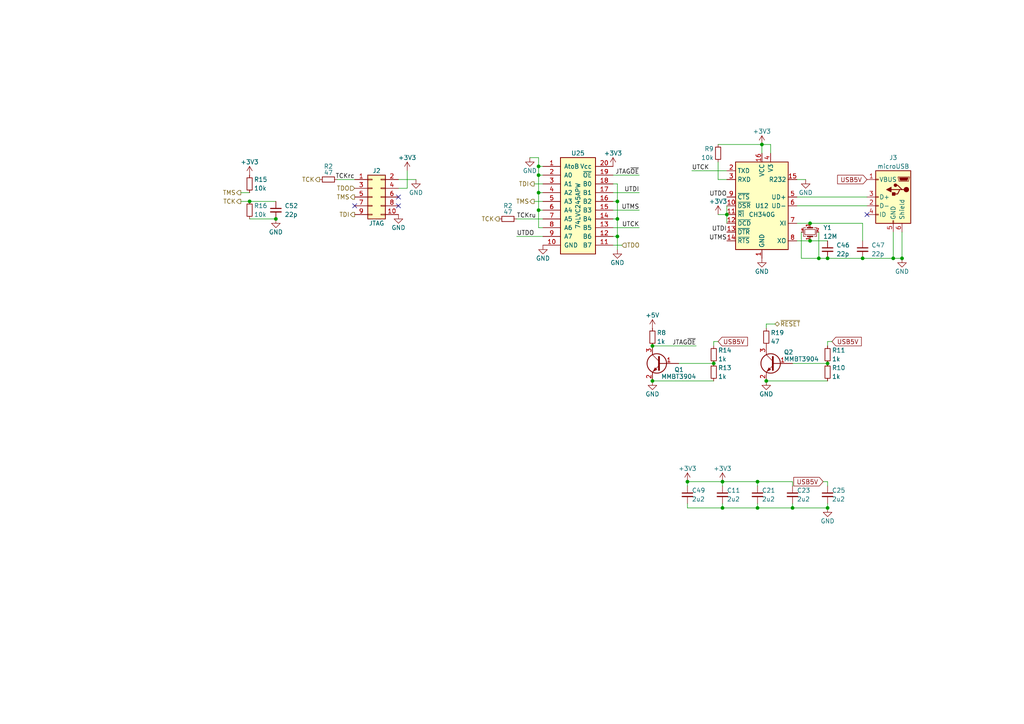
<source format=kicad_sch>
(kicad_sch (version 20230121) (generator eeschema)
  (paper "A4")
  (lib_symbols
    (symbol "Connector:USB_B_Micro" (pin_names (offset 1.016))
      (property "Reference" "J" (at -5.08 11.43 0))
      (property "Value" "USB_B_Micro" (at -5.08 8.89 0))
      (symbol "USB_B_Micro_0_1"
        (rectangle (start -5.08 -7.62) (end 5.08 7.62) (stroke (width 0.254)) (fill (type background)))
        (circle (center -3.81 2.159) (radius 0.635) (stroke (width 0.254)) (fill (type outline)))
        (circle (center -0.635 3.429) (radius 0.381) (stroke (width 0.254)) (fill (type outline)))
        (rectangle (start -0.127 -7.62) (end 0.127 -6.858))
        (polyline (pts (xy -1.905 2.159) (xy 0.635 2.159)) (stroke (width 0.254)))
        (polyline (pts (xy -3.175 2.159) (xy -2.54 2.159) (xy -1.27 3.429) (xy -0.635 3.429)) (stroke (width 0.254)))
        (polyline (pts (xy -2.54 2.159) (xy -1.905 2.159) (xy -1.27 0.889) (xy 0 0.889)) (stroke (width 0.254)))
        (polyline (pts (xy 0.635 2.794) (xy 0.635 1.524) (xy 1.905 2.159) (xy 0.635 2.794)) (stroke (width 0.254)) (fill (type outline)))
        (polyline (pts (xy -4.318 5.588) (xy -1.778 5.588) (xy -2.032 4.826) (xy -4.064 4.826) (xy -4.318 5.588)) (fill (type outline)))
        (polyline (pts (xy -4.699 5.842) (xy -4.699 5.588) (xy -4.445 4.826) (xy -4.445 4.572) (xy -1.651 4.572) (xy -1.651 4.826) (xy -1.397 5.588) (xy -1.397 5.842) (xy -4.699 5.842)))
        (rectangle (start 0.254 1.27) (end -0.508 0.508) (stroke (width 0.254)) (fill (type outline)))
        (rectangle (start 5.08 -5.207) (end 4.318 -4.953))
        (rectangle (start 5.08 -2.667) (end 4.318 -2.413))
        (rectangle (start 5.08 -0.127) (end 4.318 0.127))
        (rectangle (start 5.08 4.953) (end 4.318 5.207))
      )
      (symbol "USB_B_Micro_1_1"
        (pin power_out line (at 7.62 5.08 180) (length 2.54) (name "VBUS") (number "1"))
        (pin bidirectional line (at 7.62 -2.54 180) (length 2.54) (name "D-") (number "2"))
        (pin bidirectional line (at 7.62 0 180) (length 2.54) (name "D+") (number "3"))
        (pin passive line (at 7.62 -5.08 180) (length 2.54) (name "ID") (number "4"))
        (pin power_out line (at 0 -10.16 90) (length 2.54) (name "GND") (number "5"))
        (pin passive line (at -2.54 -10.16 90) (length 2.54) (name "Shield") (number "6"))
      )
    )
    (symbol "Connector_Generic:Conn_02x05_Odd_Even" (pin_names (offset 1.016) hide)
      (property "Reference" "J" (at 1.27 7.62 0))
      (property "Value" "Conn_02x05_Odd_Even" (at 1.27 -7.62 0))
      (symbol "Conn_02x05_Odd_Even_1_1"
        (rectangle (start -1.27 -4.953) (end 0 -5.207) (stroke (width 0.1524)))
        (rectangle (start -1.27 -2.413) (end 0 -2.667) (stroke (width 0.1524)))
        (rectangle (start -1.27 0.127) (end 0 -0.127) (stroke (width 0.1524)))
        (rectangle (start -1.27 2.667) (end 0 2.413) (stroke (width 0.1524)))
        (rectangle (start -1.27 5.207) (end 0 4.953) (stroke (width 0.1524)))
        (rectangle (start -1.27 6.35) (end 3.81 -6.35) (stroke (width 0.254)) (fill (type background)))
        (rectangle (start 3.81 -4.953) (end 2.54 -5.207) (stroke (width 0.1524)))
        (rectangle (start 3.81 -2.413) (end 2.54 -2.667) (stroke (width 0.1524)))
        (rectangle (start 3.81 0.127) (end 2.54 -0.127) (stroke (width 0.1524)))
        (rectangle (start 3.81 2.667) (end 2.54 2.413) (stroke (width 0.1524)))
        (rectangle (start 3.81 5.207) (end 2.54 4.953) (stroke (width 0.1524)))
        (pin passive line (at -5.08 5.08 0) (length 3.81) (name "Pin_1") (number "1"))
        (pin passive line (at 7.62 -5.08 180) (length 3.81) (name "Pin_10") (number "10"))
        (pin passive line (at 7.62 5.08 180) (length 3.81) (name "Pin_2") (number "2"))
        (pin passive line (at -5.08 2.54 0) (length 3.81) (name "Pin_3") (number "3"))
        (pin passive line (at 7.62 2.54 180) (length 3.81) (name "Pin_4") (number "4"))
        (pin passive line (at -5.08 0 0) (length 3.81) (name "Pin_5") (number "5"))
        (pin passive line (at 7.62 0 180) (length 3.81) (name "Pin_6") (number "6"))
        (pin passive line (at -5.08 -2.54 0) (length 3.81) (name "Pin_7") (number "7"))
        (pin passive line (at 7.62 -2.54 180) (length 3.81) (name "Pin_8") (number "8"))
        (pin passive line (at -5.08 -5.08 0) (length 3.81) (name "Pin_9") (number "9"))
      )
    )
    (symbol "Device:C_Small" (pin_numbers hide) (pin_names (offset 0.254) hide)
      (property "Reference" "C" (at 0.254 1.778 0))
      (property "Value" "C_Small" (at 0.254 -2.032 0))
      (symbol "C_Small_0_1"
        (polyline (pts (xy -1.524 -0.508) (xy 1.524 -0.508)) (stroke (width 0.3302)))
        (polyline (pts (xy -1.524 0.508) (xy 1.524 0.508)) (stroke (width 0.3048)))
      )
      (symbol "C_Small_1_1"
        (pin passive line (at 0 2.54 270) (length 2.032) (name "~") (number "1"))
        (pin passive line (at 0 -2.54 90) (length 2.032) (name "~") (number "2"))
      )
    )
    (symbol "Device:Crystal_GND24_Small" (pin_names (offset 1.016) hide)
      (property "Reference" "Y" (at 1.27 4.445 0))
      (property "Value" "Crystal_GND24_Small" (at 1.27 2.54 0))
      (symbol "Crystal_GND24_Small_0_1"
        (rectangle (start -0.762 -1.524) (end 0.762 1.524))
        (polyline (pts (xy -1.27 -0.762) (xy -1.27 0.762)) (stroke (width 0.381)))
        (polyline (pts (xy 1.27 -0.762) (xy 1.27 0.762)) (stroke (width 0.381)))
        (polyline (pts (xy -1.27 -1.27) (xy -1.27 -1.905) (xy 1.27 -1.905) (xy 1.27 -1.27)))
        (polyline (pts (xy -1.27 1.27) (xy -1.27 1.905) (xy 1.27 1.905) (xy 1.27 1.27)))
      )
      (symbol "Crystal_GND24_Small_1_1"
        (pin passive line (at -2.54 0 0) (length 1.27) (name "1") (number "1"))
        (pin passive line (at 0 -2.54 90) (length 0.635) (name "2") (number "2"))
        (pin passive line (at 2.54 0 180) (length 1.27) (name "3") (number "3"))
        (pin passive line (at 0 2.54 270) (length 0.635) (name "4") (number "4"))
      )
    )
    (symbol "Device:R_Small" (pin_numbers hide) (pin_names (offset 0.254) hide)
      (property "Reference" "R" (at 0.762 0.508 0))
      (property "Value" "R_Small" (at 0.762 -1.016 0))
      (symbol "R_Small_0_1"
        (rectangle (start -0.762 1.778) (end 0.762 -1.778) (stroke (width 0.2032)))
      )
      (symbol "R_Small_1_1"
        (pin passive line (at 0 2.54 270) (length 0.762) (name "~") (number "1"))
        (pin passive line (at 0 -2.54 90) (length 0.762) (name "~") (number "2"))
      )
    )
    (symbol "GW_Logic:74245" (pin_names (offset 1.016))
      (property "Reference" "U" (at 0 15.24 0))
      (property "Value" "74245" (at 0 0 90))
      (symbol "74245_0_1"
        (rectangle (start -5.08 13.97) (end 5.08 -13.97) (stroke (width 0.254)) (fill (type background)))
      )
      (symbol "74245_1_1"
        (pin input line (at -10.16 11.43 0) (length 5.08) (name "AtoB") (number "1"))
        (pin power_in line (at -10.16 -11.43 0) (length 5.08) (name "GND") (number "10"))
        (pin bidirectional line (at 10.16 -11.43 180) (length 5.08) (name "B7") (number "11"))
        (pin bidirectional line (at 10.16 -8.89 180) (length 5.08) (name "B6") (number "12"))
        (pin bidirectional line (at 10.16 -6.35 180) (length 5.08) (name "B5") (number "13"))
        (pin bidirectional line (at 10.16 -3.81 180) (length 5.08) (name "B4") (number "14"))
        (pin bidirectional line (at 10.16 -1.27 180) (length 5.08) (name "B3") (number "15"))
        (pin bidirectional line (at 10.16 1.27 180) (length 5.08) (name "B2") (number "16"))
        (pin bidirectional line (at 10.16 3.81 180) (length 5.08) (name "B1") (number "17"))
        (pin bidirectional line (at 10.16 6.35 180) (length 5.08) (name "B0") (number "18"))
        (pin input line (at 10.16 8.89 180) (length 5.08) (name "~{OE}") (number "19"))
        (pin bidirectional line (at -10.16 8.89 0) (length 5.08) (name "A0") (number "2"))
        (pin power_in line (at 10.16 11.43 180) (length 5.08) (name "Vcc") (number "20"))
        (pin bidirectional line (at -10.16 6.35 0) (length 5.08) (name "A1") (number "3"))
        (pin bidirectional line (at -10.16 3.81 0) (length 5.08) (name "A2") (number "4"))
        (pin bidirectional line (at -10.16 1.27 0) (length 5.08) (name "A3") (number "5"))
        (pin bidirectional line (at -10.16 -1.27 0) (length 5.08) (name "A4") (number "6"))
        (pin bidirectional line (at -10.16 -3.81 0) (length 5.08) (name "A5") (number "7"))
        (pin bidirectional line (at -10.16 -6.35 0) (length 5.08) (name "A6") (number "8"))
        (pin bidirectional line (at -10.16 -8.89 0) (length 5.08) (name "A7") (number "9"))
      )
    )
    (symbol "Interface_USB:CH340G"
      (property "Reference" "U" (at -5.08 13.97 0))
      (property "Value" "CH340G" (at 1.27 13.97 0))
      (symbol "CH340G_0_1"
        (rectangle (start -7.62 12.7) (end 7.62 -12.7) (stroke (width 0.254)) (fill (type background)))
      )
      (symbol "CH340G_1_1"
        (pin power_in line (at 0 -15.24 90) (length 2.54) (name "GND") (number "1"))
        (pin input line (at 10.16 0 180) (length 2.54) (name "~{DSR}") (number "10"))
        (pin input line (at 10.16 -2.54 180) (length 2.54) (name "~{RI}") (number "11"))
        (pin input line (at 10.16 -5.08 180) (length 2.54) (name "~{DCD}") (number "12"))
        (pin output line (at 10.16 -7.62 180) (length 2.54) (name "~{DTR}") (number "13"))
        (pin output line (at 10.16 -10.16 180) (length 2.54) (name "~{RTS}") (number "14"))
        (pin input line (at -10.16 7.62 0) (length 2.54) (name "R232") (number "15"))
        (pin power_in line (at 0 15.24 270) (length 2.54) (name "VCC") (number "16"))
        (pin output line (at 10.16 10.16 180) (length 2.54) (name "TXD") (number "2"))
        (pin input line (at 10.16 7.62 180) (length 2.54) (name "RXD") (number "3"))
        (pin passive line (at -2.54 15.24 270) (length 2.54) (name "V3") (number "4"))
        (pin bidirectional line (at -10.16 2.54 0) (length 2.54) (name "UD+") (number "5"))
        (pin bidirectional line (at -10.16 0 0) (length 2.54) (name "UD-") (number "6"))
        (pin input line (at -10.16 -5.08 0) (length 2.54) (name "XI") (number "7"))
        (pin output line (at -10.16 -10.16 0) (length 2.54) (name "XO") (number "8"))
        (pin input line (at 10.16 2.54 180) (length 2.54) (name "~{CTS}") (number "9"))
      )
    )
    (symbol "Transistor_BJT:MMBT3904" (pin_names (offset 0) hide)
      (property "Reference" "Q" (at 5.08 1.905 0))
      (property "Value" "MMBT3904" (at 5.08 0 0))
      (symbol "MMBT3904_0_1"
        (polyline (pts (xy 0.635 0.635) (xy 2.54 2.54)))
        (polyline (pts (xy 0.635 -0.635) (xy 2.54 -2.54) (xy 2.54 -2.54)))
        (polyline (pts (xy 0.635 1.905) (xy 0.635 -1.905) (xy 0.635 -1.905)) (stroke (width 0.508)))
        (polyline (pts (xy 1.27 -1.778) (xy 1.778 -1.27) (xy 2.286 -2.286) (xy 1.27 -1.778) (xy 1.27 -1.778)) (fill (type outline)))
        (circle (center 1.27 0) (radius 2.8194) (stroke (width 0.254)))
      )
      (symbol "MMBT3904_1_1"
        (pin input line (at -5.08 0 0) (length 5.715) (name "B") (number "1"))
        (pin passive line (at 2.54 -5.08 90) (length 2.54) (name "E") (number "2"))
        (pin passive line (at 2.54 5.08 270) (length 2.54) (name "C") (number "3"))
      )
    )
    (symbol "power:+3V3" (power) (pin_names (offset 0))
      (property "Value" "+3V3" (at 0 3.556 0))
      (symbol "+3V3_0_1"
        (polyline (pts (xy -0.762 1.27) (xy 0 2.54)))
        (polyline (pts (xy 0 0) (xy 0 2.54)))
        (polyline (pts (xy 0 2.54) (xy 0.762 1.27)))
      )
      (symbol "+3V3_1_1"
        (pin power_in line (at 0 0 90) (length 0) hide (name "+3V3") (number "1"))
      )
    )
    (symbol "power:+5V" (power) (pin_names (offset 0))
      (property "Value" "+5V" (at 0 3.556 0))
      (symbol "+5V_0_1"
        (polyline (pts (xy -0.762 1.27) (xy 0 2.54)))
        (polyline (pts (xy 0 0) (xy 0 2.54)))
        (polyline (pts (xy 0 2.54) (xy 0.762 1.27)))
      )
      (symbol "+5V_1_1"
        (pin power_in line (at 0 0 90) (length 0) hide (name "+5V") (number "1"))
      )
    )
    (symbol "power:GND" (power) (pin_names (offset 0))
      (property "Value" "GND" (at 0 -3.81 0))
      (symbol "GND_0_1"
        (polyline (pts (xy 0 0) (xy 0 -1.27) (xy 1.27 -1.27) (xy 0 -2.54) (xy -1.27 -1.27) (xy 0 -1.27)))
      )
      (symbol "GND_1_1"
        (pin power_in line (at 0 0 270) (length 0) hide (name "GND") (number "1"))
      )
    )
  )
  (junction (at 156.21 50.8))
  (junction (at 261.62 74.93))
  (junction (at 210.82 62.23))
  (junction (at 229.87 147.32))
  (junction (at 156.21 55.88))
  (junction (at 156.21 60.96))
  (junction (at 156.21 48.26))
  (junction (at 179.07 63.5))
  (junction (at 209.55 139.7))
  (junction (at 220.98 41.91))
  (junction (at 250.19 74.93))
  (junction (at 237.49 74.93))
  (junction (at 222.25 110.49))
  (junction (at 234.95 69.85))
  (junction (at 240.03 74.93))
  (junction (at 72.39 58.42))
  (junction (at 189.23 110.49))
  (junction (at 179.07 58.42))
  (junction (at 240.03 105.41))
  (junction (at 240.03 147.32))
  (junction (at 80.01 63.5))
  (junction (at 209.55 147.32))
  (junction (at 207.01 105.41))
  (junction (at 219.71 147.32))
  (junction (at 259.08 74.93))
  (junction (at 234.95 64.77))
  (junction (at 179.07 68.58))
  (junction (at 219.71 139.7))
  (junction (at 189.23 100.33))
  (junction (at 199.39 139.7))
  (no_connect (at 115.57 59.69))
  (no_connect (at 251.46 62.23))
  (no_connect (at 102.87 59.69))
  (no_connect (at 115.57 57.15))
  (wire (pts (xy 231.14 64.77) (xy 234.95 64.77)))
  (wire (pts (xy 240.03 69.85) (xy 234.95 69.85)))
  (wire (pts (xy 149.86 68.58) (xy 157.48 68.58)))
  (wire (pts (xy 250.19 64.77) (xy 250.19 69.85)))
  (wire (pts (xy 156.21 55.88) (xy 157.48 55.88)))
  (wire (pts (xy 115.57 52.07) (xy 120.65 52.07)))
  (wire (pts (xy 177.8 50.8) (xy 185.42 50.8)))
  (wire (pts (xy 223.52 41.91) (xy 223.52 44.45)))
  (wire (pts (xy 208.28 41.91) (xy 220.98 41.91)))
  (wire (pts (xy 156.21 48.26) (xy 157.48 48.26)))
  (wire (pts (xy 207.01 105.41) (xy 196.85 105.41)))
  (wire (pts (xy 231.14 69.85) (xy 234.95 69.85)))
  (wire (pts (xy 179.07 58.42) (xy 177.8 58.42)))
  (wire (pts (xy 180.34 71.12) (xy 177.8 71.12)))
  (wire (pts (xy 156.21 50.8) (xy 156.21 48.26)))
  (wire (pts (xy 185.42 60.96) (xy 177.8 60.96)))
  (wire (pts (xy 240.03 74.93) (xy 250.19 74.93)))
  (wire (pts (xy 209.55 139.7) (xy 219.71 139.7)))
  (wire (pts (xy 156.21 60.96) (xy 157.48 60.96)))
  (wire (pts (xy 115.57 54.61) (xy 118.11 54.61)))
  (wire (pts (xy 157.48 66.04) (xy 156.21 66.04)))
  (wire (pts (xy 72.39 55.88) (xy 69.85 55.88)))
  (wire (pts (xy 240.03 139.7) (xy 240.03 140.97)))
  (wire (pts (xy 156.21 50.8) (xy 157.48 50.8)))
  (wire (pts (xy 179.07 53.34) (xy 179.07 58.42)))
  (wire (pts (xy 72.39 58.42) (xy 80.01 58.42)))
  (wire (pts (xy 259.08 74.93) (xy 261.62 74.93)))
  (wire (pts (xy 118.11 54.61) (xy 118.11 49.53)))
  (wire (pts (xy 237.49 74.93) (xy 232.41 74.93)))
  (wire (pts (xy 156.21 55.88) (xy 156.21 50.8)))
  (wire (pts (xy 229.87 139.7) (xy 229.87 140.97)))
  (wire (pts (xy 237.49 67.31) (xy 237.49 74.93)))
  (wire (pts (xy 179.07 63.5) (xy 177.8 63.5)))
  (wire (pts (xy 149.86 63.5) (xy 157.48 63.5)))
  (wire (pts (xy 222.25 93.98) (xy 222.25 95.25)))
  (wire (pts (xy 156.21 60.96) (xy 156.21 55.88)))
  (wire (pts (xy 189.23 100.33) (xy 201.93 100.33)))
  (wire (pts (xy 179.07 68.58) (xy 177.8 68.58)))
  (wire (pts (xy 72.39 63.5) (xy 80.01 63.5)))
  (wire (pts (xy 199.39 139.7) (xy 199.39 140.97)))
  (wire (pts (xy 219.71 147.32) (xy 219.71 146.05)))
  (wire (pts (xy 179.07 68.58) (xy 179.07 72.39)))
  (wire (pts (xy 156.21 48.26) (xy 156.21 45.72)))
  (wire (pts (xy 240.03 147.32) (xy 240.03 146.05)))
  (wire (pts (xy 261.62 67.31) (xy 261.62 74.93)))
  (wire (pts (xy 179.07 58.42) (xy 179.07 63.5)))
  (wire (pts (xy 210.82 62.23) (xy 210.82 59.69)))
  (wire (pts (xy 209.55 139.7) (xy 209.55 140.97)))
  (wire (pts (xy 220.98 41.91) (xy 223.52 41.91)))
  (wire (pts (xy 241.3 99.06) (xy 240.03 99.06)))
  (wire (pts (xy 234.95 64.77) (xy 250.19 64.77)))
  (wire (pts (xy 69.85 58.42) (xy 72.39 58.42)))
  (wire (pts (xy 219.71 147.32) (xy 229.87 147.32)))
  (wire (pts (xy 177.8 53.34) (xy 179.07 53.34)))
  (wire (pts (xy 240.03 105.41) (xy 229.87 105.41)))
  (wire (pts (xy 208.28 99.06) (xy 207.01 99.06)))
  (wire (pts (xy 177.8 55.88) (xy 185.42 55.88)))
  (wire (pts (xy 229.87 147.32) (xy 229.87 146.05)))
  (wire (pts (xy 259.08 67.31) (xy 259.08 74.93)))
  (wire (pts (xy 154.94 53.34) (xy 157.48 53.34)))
  (wire (pts (xy 233.68 52.07) (xy 231.14 52.07)))
  (wire (pts (xy 250.19 74.93) (xy 259.08 74.93)))
  (wire (pts (xy 209.55 147.32) (xy 199.39 147.32)))
  (wire (pts (xy 199.39 139.7) (xy 209.55 139.7)))
  (wire (pts (xy 189.23 110.49) (xy 207.01 110.49)))
  (wire (pts (xy 219.71 139.7) (xy 229.87 139.7)))
  (wire (pts (xy 208.28 62.23) (xy 210.82 62.23)))
  (wire (pts (xy 177.8 66.04) (xy 185.42 66.04)))
  (wire (pts (xy 207.01 99.06) (xy 207.01 100.33)))
  (wire (pts (xy 219.71 147.32) (xy 209.55 147.32)))
  (wire (pts (xy 222.25 110.49) (xy 240.03 110.49)))
  (wire (pts (xy 237.49 74.93) (xy 240.03 74.93)))
  (wire (pts (xy 209.55 147.32) (xy 209.55 146.05)))
  (wire (pts (xy 240.03 99.06) (xy 240.03 100.33)))
  (wire (pts (xy 240.03 139.7) (xy 238.76 139.7)))
  (wire (pts (xy 199.39 147.32) (xy 199.39 146.05)))
  (wire (pts (xy 179.07 63.5) (xy 179.07 68.58)))
  (wire (pts (xy 210.82 62.23) (xy 210.82 64.77)))
  (wire (pts (xy 229.87 147.32) (xy 240.03 147.32)))
  (wire (pts (xy 154.94 58.42) (xy 157.48 58.42)))
  (wire (pts (xy 232.41 74.93) (xy 232.41 67.31)))
  (wire (pts (xy 251.46 57.15) (xy 231.14 57.15)))
  (wire (pts (xy 208.28 46.99) (xy 208.28 52.07)))
  (wire (pts (xy 156.21 45.72) (xy 153.67 45.72)))
  (wire (pts (xy 224.79 93.98) (xy 222.25 93.98)))
  (wire (pts (xy 156.21 66.04) (xy 156.21 60.96)))
  (wire (pts (xy 208.28 52.07) (xy 210.82 52.07)))
  (wire (pts (xy 231.14 59.69) (xy 251.46 59.69)))
  (wire (pts (xy 219.71 139.7) (xy 219.71 140.97)))
  (wire (pts (xy 220.98 41.91) (xy 220.98 44.45)))
  (wire (pts (xy 97.79 52.07) (xy 102.87 52.07)))
  (wire (pts (xy 210.82 49.53) (xy 200.66 49.53)))
  (label "UTDO" (at 149.86 68.58 0))
  (label "UTDI" (at 185.42 55.88 180))
  (label "UTMS" (at 185.42 60.96 180))
  (label "UTMS" (at 210.82 69.85 180))
  (label "TCKru" (at 149.86 63.5 0))
  (label "JTAG~{OE}" (at 201.93 100.33 180))
  (label "UTDO" (at 210.82 57.15 180))
  (label "UTDI" (at 210.82 67.31 180))
  (label "UTCK" (at 185.42 66.04 180))
  (label "UTCK" (at 200.66 49.53 0))
  (label "JTAG~{OE}" (at 185.42 50.8 180))
  (label "TCKrc" (at 102.87 52.07 180))
  (global_label "USB5V" (shape input) (at 251.46 52.07 180) (property "Intersheetrefs" "${INTERSHEET_REFS}" (effects hide)))
  (global_label "USB5V" (shape input) (at 238.76 139.7 180) (property "Intersheetrefs" "${INTERSHEET_REFS}" (effects hide)))
  (global_label "USB5V" (shape input) (at 208.28 99.06 0) (property "Intersheetrefs" "${INTERSHEET_REFS}" (effects hide)))
  (global_label "USB5V" (shape input) (at 241.3 99.06 0) (property "Intersheetrefs" "${INTERSHEET_REFS}" (effects hide)))
  (hierarchical_label "TCK" (shape output) (at 92.71 52.07 180))
  (hierarchical_label "TCK" (shape output) (at 69.85 58.42 180))
  (hierarchical_label "TMS" (shape output) (at 69.85 55.88 180))
  (hierarchical_label "~{RESET}" (shape tri_state) (at 224.79 93.98 0))
  (hierarchical_label "TDI" (shape output) (at 102.87 62.23 180))
  (hierarchical_label "TMS" (shape output) (at 102.87 57.15 180))
  (hierarchical_label "TCK" (shape output) (at 144.78 63.5 180))
  (hierarchical_label "TMS" (shape output) (at 154.94 58.42 180))
  (hierarchical_label "TDI" (shape output) (at 154.94 53.34 180))
  (hierarchical_label "TDO" (shape input) (at 102.87 54.61 180))
  (hierarchical_label "TDO" (shape input) (at 180.34 71.12 0))
  (symbol (lib_id "Connector_Generic:Conn_02x05_Odd_Even") (at 107.95 57.15 0) (unit 1)
    (property "Reference" "J2" (at 109.22 49.53 0))
    (property "Value" "JTAG" (at 109.22 64.77 0))
    (property "Footprint" "Connector:Tag-Connect_TC2050-IDC-FP_2x05_P1.27mm_Vertical" (effects hide))
  )
  (symbol (lib_id "power:+3V3") (at 118.11 49.53 0) (unit 1)
    (property "Reference" "#PWR0128" (effects hide))
    (property "Value" "+3V3" (at 118.11 45.72 0))
  )
  (symbol (lib_id "Interface_USB:CH340G") (at 220.98 59.69 0) (mirror y) (unit 1)
    (property "Reference" "U12" (at 220.98 59.69 0))
    (property "Value" "CH340G" (at 220.98 62.23 0))
    (property "Footprint" "stdpads:SOIC-16_3.9mm" (effects hide))
    (property "Datasheet" "http://www.datasheet5.com/pdf-local-2195953" (effects hide))
    (property "LCSC Part" "C14267" (effects hide))
  )
  (symbol (lib_id "power:GND") (at 233.68 52.07 0) (mirror y) (unit 1)
    (property "Reference" "#PWR0164" (effects hide))
    (property "Value" "GND" (at 233.68 55.88 0))
  )
  (symbol (lib_id "power:+3V3") (at 209.55 139.7 0) (unit 1)
    (property "Reference" "#PWR0202" (effects hide))
    (property "Value" "+3V3" (at 209.55 135.89 0))
  )
  (symbol (lib_id "Device:C_Small") (at 209.55 143.51 0) (unit 1)
    (property "Reference" "C11" (at 210.82 142.24 0) (effects (justify left)))
    (property "Value" "2u2" (at 210.82 144.78 0) (effects (justify left)))
    (property "Footprint" "stdpads:C_0603" (effects hide))
    (property "LCSC Part" "C23630" (effects hide))
  )
  (symbol (lib_id "Device:C_Small") (at 219.71 143.51 0) (unit 1)
    (property "Reference" "C21" (at 220.98 142.24 0) (effects (justify left)))
    (property "Value" "2u2" (at 220.98 144.78 0) (effects (justify left)))
    (property "Footprint" "stdpads:C_0603" (effects hide))
    (property "LCSC Part" "C23630" (effects hide))
  )
  (symbol (lib_id "Device:C_Small") (at 229.87 143.51 0) (unit 1)
    (property "Reference" "C23" (at 231.14 142.24 0) (effects (justify left)))
    (property "Value" "2u2" (at 231.14 144.78 0) (effects (justify left)))
    (property "Footprint" "stdpads:C_0603" (effects hide))
    (property "LCSC Part" "C23630" (effects hide))
  )
  (symbol (lib_id "Device:C_Small") (at 240.03 143.51 0) (unit 1)
    (property "Reference" "C25" (at 241.3 142.24 0) (effects (justify left)))
    (property "Value" "2u2" (at 241.3 144.78 0) (effects (justify left)))
    (property "Footprint" "stdpads:C_0603" (effects hide))
    (property "LCSC Part" "C23630" (effects hide))
  )
  (symbol (lib_id "power:GND") (at 261.62 74.93 0) (mirror y) (unit 1)
    (property "Reference" "#PWR0165" (effects hide))
    (property "Value" "GND" (at 261.62 78.74 0))
  )
  (symbol (lib_id "power:GND") (at 115.57 62.23 0) (unit 1)
    (property "Reference" "#PWR0127" (effects hide))
    (property "Value" "GND" (at 115.57 66.04 0))
  )
  (symbol (lib_id "Device:C_Small") (at 240.03 72.39 0) (unit 1)
    (property "Reference" "C46" (at 242.57 71.12 0) (effects (justify left)))
    (property "Value" "22p" (at 242.57 73.66 0) (effects (justify left)))
    (property "Footprint" "stdpads:C_0603" (effects hide))
    (property "LCSC Part" "C1653" (effects hide))
  )
  (symbol (lib_id "Device:C_Small") (at 250.19 72.39 0) (unit 1)
    (property "Reference" "C47" (at 252.73 71.12 0) (effects (justify left)))
    (property "Value" "22p" (at 252.73 73.66 0) (effects (justify left)))
    (property "Footprint" "stdpads:C_0603" (effects hide))
    (property "LCSC Part" "C1653" (effects hide))
  )
  (symbol (lib_id "Connector:USB_B_Micro") (at 259.08 57.15 0) (mirror y) (unit 1)
    (property "Reference" "J3" (at 259.08 45.72 0))
    (property "Value" "microUSB" (at 259.08 48.26 0))
    (property "Footprint" "stdpads:USB_Micro-B_ShouHan_MicroXNJ" (effects hide))
    (property "LCSC Part" "C404969" (effects hide))
  )
  (symbol (lib_id "power:GND") (at 120.65 52.07 0) (unit 1)
    (property "Reference" "#PWR0204" (effects hide))
    (property "Value" "GND" (at 120.65 55.88 0))
  )
  (symbol (lib_id "Transistor_BJT:MMBT3904") (at 224.79 105.41 0) (mirror y) (unit 1)
    (property "Reference" "Q2" (at 227.33 102.87 0) (effects (justify right bottom)))
    (property "Value" "MMBT3904" (at 227.33 104.14 0) (effects (justify right)))
    (property "Footprint" "stdpads:SOT-23" (effects hide))
    (property "Datasheet" "https://www.onsemi.com/pub/Collateral/2N3903-D.PDF" (effects hide))
    (property "LCSC Part" "C20526" (effects hide))
  )
  (symbol (lib_id "power:GND") (at 189.23 110.49 0) (unit 1)
    (property "Reference" "#PWR0196" (effects hide))
    (property "Value" "GND" (at 189.23 114.3 0))
  )
  (symbol (lib_id "Transistor_BJT:MMBT3904") (at 191.77 105.41 0) (mirror y) (unit 1)
    (property "Reference" "Q1" (at 195.58 107.95 0) (effects (justify right bottom)))
    (property "Value" "MMBT3904" (at 191.77 109.22 0) (effects (justify right)))
    (property "Footprint" "stdpads:SOT-23" (effects hide))
    (property "Datasheet" "https://www.onsemi.com/pub/Collateral/2N3903-D.PDF" (effects hide))
    (property "LCSC Part" "C20526" (effects hide))
  )
  (symbol (lib_id "power:+5V") (at 189.23 95.25 0) (mirror y) (unit 1)
    (property "Reference" "#PWR0198" (effects hide))
    (property "Value" "+5V" (at 189.23 91.44 0))
  )
  (symbol (lib_id "power:GND") (at 240.03 147.32 0) (mirror y) (unit 1)
    (property "Reference" "#PWR0199" (effects hide))
    (property "Value" "GND" (at 240.03 151.13 0))
  )
  (symbol (lib_id "power:GND") (at 220.98 74.93 0) (mirror y) (unit 1)
    (property "Reference" "#PWR0162" (effects hide))
    (property "Value" "GND" (at 220.98 78.74 0))
  )
  (symbol (lib_id "Device:R_Small") (at 72.39 60.96 0) (mirror y) (unit 1)
    (property "Reference" "R16" (at 73.66 59.69 0) (effects (justify right)))
    (property "Value" "10k" (at 73.66 62.23 0) (effects (justify right)))
    (property "Footprint" "stdpads:R_0603" (effects hide))
    (property "LCSC Part" "C25804" (effects hide))
  )
  (symbol (lib_id "Device:R_Small") (at 72.39 53.34 0) (mirror y) (unit 1)
    (property "Reference" "R15" (at 73.66 52.07 0) (effects (justify right)))
    (property "Value" "10k" (at 73.66 54.61 0) (effects (justify right)))
    (property "Footprint" "stdpads:R_0603" (effects hide))
    (property "LCSC Part" "C25804" (effects hide))
  )
  (symbol (lib_id "power:+3V3") (at 72.39 50.8 0) (unit 1)
    (property "Reference" "#PWR0205" (effects hide))
    (property "Value" "+3V3" (at 72.39 46.99 0))
  )
  (symbol (lib_id "power:GND") (at 80.01 63.5 0) (unit 1)
    (property "Reference" "#PWR0206" (effects hide))
    (property "Value" "GND" (at 80.01 67.31 0))
  )
  (symbol (lib_id "power:+3V3") (at 177.8 48.26 0) (unit 1)
    (property "Reference" "#PWR07" (effects hide))
    (property "Value" "+3V3" (at 177.8 44.45 0))
  )
  (symbol (lib_id "Device:R_Small") (at 240.03 102.87 180) (unit 1)
    (property "Reference" "R11" (at 241.3 101.6 0) (effects (justify right)))
    (property "Value" "1k" (at 241.3 104.14 0) (effects (justify right)))
    (property "Footprint" "stdpads:R_0603" (effects hide))
  )
  (symbol (lib_id "power:+3V3") (at 208.28 62.23 0) (unit 1)
    (property "Reference" "#PWR022" (effects hide))
    (property "Value" "+3V3" (at 208.28 58.42 0))
  )
  (symbol (lib_id "Device:Crystal_GND24_Small") (at 234.95 67.31 90) (unit 1)
    (property "Reference" "Y1" (at 238.76 66.04 90) (effects (justify right)))
    (property "Value" "12M" (at 238.76 68.58 90) (effects (justify right)))
    (property "Footprint" "stdpads:Crystal_SMD_3225-4Pin_3.2x2.5mm" (effects hide))
  )
  (symbol (lib_id "power:+3V3") (at 199.39 139.7 0) (unit 1)
    (property "Reference" "#PWR023" (effects hide))
    (property "Value" "+3V3" (at 199.39 135.89 0))
  )
  (symbol (lib_id "Device:R_Small") (at 207.01 107.95 180) (unit 1)
    (property "Reference" "R13" (at 208.28 106.68 0) (effects (justify right)))
    (property "Value" "1k" (at 208.28 109.22 0) (effects (justify right)))
    (property "Footprint" "stdpads:R_0603" (effects hide))
  )
  (symbol (lib_id "Device:R_Small") (at 189.23 97.79 180) (unit 1)
    (property "Reference" "R8" (at 190.5 96.52 0) (effects (justify right)))
    (property "Value" "1k" (at 190.5 99.06 0) (effects (justify right)))
    (property "Footprint" "stdpads:R_0603" (effects hide))
  )
  (symbol (lib_id "Device:R_Small") (at 147.32 63.5 270) (unit 1)
    (property "Reference" "R2" (at 147.32 59.69 90))
    (property "Value" "47" (at 147.32 62.23 90) (effects (justify bottom)))
    (property "Footprint" "stdpads:R_0603" (effects hide))
    (property "LCSC Part" "C23182" (effects hide))
    (instances (project "WarpSE" (path "" (reference "R2") (unit 1)) (path "" (reference "R20") (unit 1))))
  )
  (symbol (lib_id "Device:R_Small") (at 207.01 102.87 180) (unit 1)
    (property "Reference" "R14" (at 208.28 101.6 0) (effects (justify right)))
    (property "Value" "1k" (at 208.28 104.14 0) (effects (justify right)))
    (property "Footprint" "stdpads:R_0603" (effects hide))
  )
  (symbol (lib_id "Device:R_Small") (at 222.25 97.79 0) (mirror y) (unit 1)
    (property "Reference" "R19" (at 223.52 96.52 0) (effects (justify right)))
    (property "Value" "47" (at 223.52 99.06 0) (effects (justify right)))
    (property "Footprint" "stdpads:R_0603" (effects hide))
  )
  (symbol (lib_id "GW_Logic:74245") (at 167.64 59.69 0) (unit 1)
    (property "Reference" "U25" (at 167.64 44.45 0))
    (property "Value" "74LVC245APW" (at 167.64 59.69 90))
    (property "Footprint" "stdpads:TSSOP-20_4.4x6.5mm_P0.65mm" (effects hide))
  )
  (symbol (lib_id "power:GND") (at 179.07 72.39 0) (mirror y) (unit 1)
    (property "Reference" "#PWR010" (effects hide))
    (property "Value" "GND" (at 179.07 76.2 0))
  )
  (symbol (lib_id "Device:C_Small") (at 199.39 143.51 0) (unit 1)
    (property "Reference" "C49" (at 200.66 142.24 0) (effects (justify left)))
    (property "Value" "2u2" (at 200.66 144.78 0) (effects (justify left)))
    (property "Footprint" "stdpads:C_0603" (effects hide))
    (property "LCSC Part" "C23630" (effects hide))
  )
  (symbol (lib_id "Device:R_Small") (at 208.28 44.45 0) (unit 1)
    (property "Reference" "R9" (at 207.01 43.18 0) (effects (justify right)))
    (property "Value" "10k" (at 207.01 45.72 0) (effects (justify right)))
    (property "Footprint" "stdpads:R_0603" (effects hide))
    (property "LCSC Part" "C25804" (effects hide))
  )
  (symbol (lib_id "Device:R_Small") (at 95.25 52.07 270) (unit 1)
    (property "Reference" "R2" (at 95.25 48.26 90))
    (property "Value" "47" (at 95.25 50.8 90) (effects (justify bottom)))
    (property "Footprint" "stdpads:R_0603" (effects hide))
    (property "LCSC Part" "C23182" (effects hide))
    (instances (project "WarpSE" (path "" (reference "R2") (unit 1)) (path "" (reference "R23") (unit 1))))
  )
  (symbol (lib_id "power:GND") (at 222.25 110.49 0) (unit 1)
    (property "Reference" "#PWR020" (effects hide))
    (property "Value" "GND" (at 222.25 114.3 0))
  )
  (symbol (lib_id "power:GND") (at 157.48 71.12 0) (mirror y) (unit 1)
    (property "Reference" "#PWR09" (effects hide))
    (property "Value" "GND" (at 157.48 74.93 0))
  )
  (symbol (lib_id "Device:R_Small") (at 240.03 107.95 180) (unit 1)
    (property "Reference" "R10" (at 241.3 106.68 0) (effects (justify right)))
    (property "Value" "1k" (at 241.3 109.22 0) (effects (justify right)))
    (property "Footprint" "stdpads:R_0603" (effects hide))
  )
  (symbol (lib_id "power:+3V3") (at 220.98 41.91 0) (unit 1)
    (property "Reference" "#PWR021" (effects hide))
    (property "Value" "+3V3" (at 220.98 38.1 0))
  )
  (symbol (lib_id "power:GND") (at 153.67 45.72 0) (mirror y) (unit 1)
    (property "Reference" "#PWR08" (effects hide))
    (property "Value" "GND" (at 153.67 49.53 0))
  )
  (symbol (lib_id "Device:C_Small") (at 80.01 60.96 0) (unit 1)
    (property "Reference" "C52" (at 82.55 59.69 0) (effects (justify left)))
    (property "Value" "22p" (at 82.55 62.23 0) (effects (justify left)))
    (property "Footprint" "stdpads:C_0603" (effects hide))
    (property "LCSC Part" "C1653" (effects hide))
  )
)
</source>
